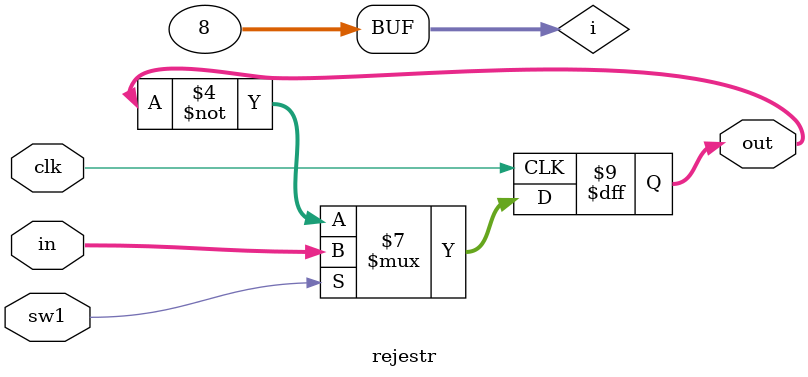
<source format=v>
`timescale 1ns / 1ps

module rejestr(
    input clk,
    input sw1,
    input [7:0] in,
    output reg [7:0] out
  );

  integer i;
  initial
  begin
    for (i=0;i<8;i=i+1)
      out[i]=1'b0;
  end

  always@ (posedge clk)
  begin
    if(sw1 == 1'b0)
      out = ~out;
    else
      out = in;
  end

endmodule

</source>
